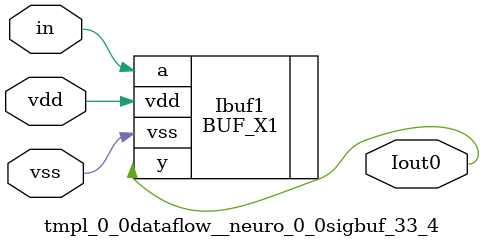
<source format=v>
module tmpl_0_0dataflow__neuro_0_0sigbuf_33_4(in, Iout0 , vdd, vss); 
   input vdd;
   input vss;
   input in;
   

// -- signals ---
   wire in;
   output Iout0 ;

// --- instances
BUF_X1 Ibuf1  (.y(Iout0 ), .a(in), .vdd(vdd), .vss(vss));
endmodule
</source>
